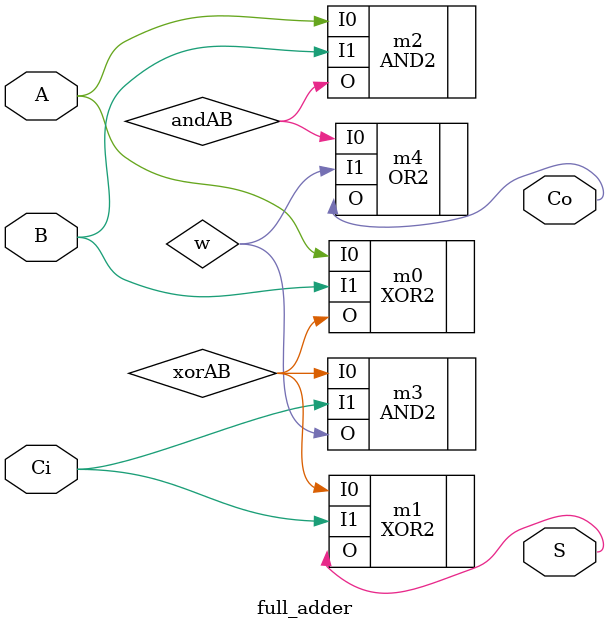
<source format=v>
`timescale 1ns / 1ps
module full_adder(
	input A,
	input B,
	input Ci,
	output S,
	output Co
);
	wire xorAB, andAB, w;
	XOR2  m0(.I0(A), .I1(B), .O(xorAB)),
			m1(.I0(xorAB), .I1(Ci), .O(S));
	AND2  m2(.I0(A), .I1(B), .O(andAB)),
			m3(.I0(xorAB), .I1(Ci), .O(w));
	OR2   m4(.I0(andAB), .I1(w), .O(Co));
endmodule

</source>
